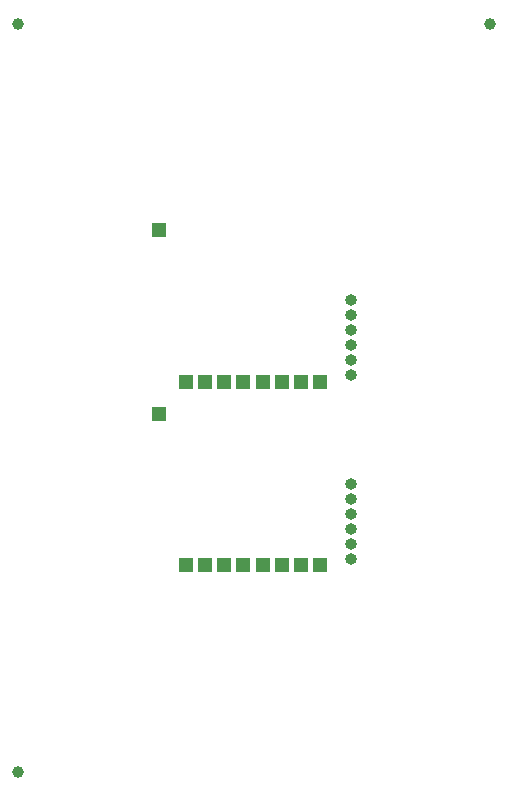
<source format=gbs>
G04 #@! TF.GenerationSoftware,KiCad,Pcbnew,7.0.2-6a45011f42~172~ubuntu22.04.1*
G04 #@! TF.CreationDate,2023-05-25T04:58:00+08:00*
G04 #@! TF.ProjectId,panel_2_1,70616e65-6c5f-4325-9f31-2e6b69636164,rev?*
G04 #@! TF.SameCoordinates,Original*
G04 #@! TF.FileFunction,Soldermask,Bot*
G04 #@! TF.FilePolarity,Negative*
%FSLAX46Y46*%
G04 Gerber Fmt 4.6, Leading zero omitted, Abs format (unit mm)*
G04 Created by KiCad (PCBNEW 7.0.2-6a45011f42~172~ubuntu22.04.1) date 2023-05-25 04:58:00*
%MOMM*%
%LPD*%
G01*
G04 APERTURE LIST*
%ADD10R,1.200000X1.200000*%
%ADD11O,1.000000X1.000000*%
%ADD12C,1.000000*%
G04 APERTURE END LIST*
D10*
G04 #@! TO.C,J1*
X26925000Y-36320000D03*
G04 #@! TD*
G04 #@! TO.C,J1*
X26925000Y-20760000D03*
G04 #@! TD*
G04 #@! TO.C,J10*
X40595000Y-49150000D03*
G04 #@! TD*
G04 #@! TO.C,J2*
X34085000Y-33590000D03*
G04 #@! TD*
G04 #@! TO.C,J3*
X35712500Y-49150000D03*
G04 #@! TD*
G04 #@! TO.C,J6*
X30835000Y-33590000D03*
G04 #@! TD*
G04 #@! TO.C,J4*
X37340000Y-33590000D03*
G04 #@! TD*
G04 #@! TO.C,J5*
X38967500Y-49150000D03*
G04 #@! TD*
D11*
G04 #@! TO.C,J8*
X43159248Y-42218121D03*
X43159248Y-43488121D03*
X43159248Y-44758121D03*
X43159248Y-46028121D03*
X43159248Y-47298121D03*
X43159248Y-48568121D03*
G04 #@! TD*
D10*
G04 #@! TO.C,J3*
X35712500Y-33590000D03*
G04 #@! TD*
G04 #@! TO.C,J5*
X38967500Y-33590000D03*
G04 #@! TD*
D11*
G04 #@! TO.C,J8*
X43159248Y-26658121D03*
X43159248Y-27928121D03*
X43159248Y-29198121D03*
X43159248Y-30468121D03*
X43159248Y-31738121D03*
X43159248Y-33008121D03*
G04 #@! TD*
D10*
G04 #@! TO.C,J7*
X29202500Y-49150000D03*
G04 #@! TD*
G04 #@! TO.C,J9*
X32457500Y-33590000D03*
G04 #@! TD*
G04 #@! TO.C,J9*
X32457500Y-49150000D03*
G04 #@! TD*
G04 #@! TO.C,J6*
X30835000Y-49150000D03*
G04 #@! TD*
G04 #@! TO.C,J4*
X37340000Y-49150000D03*
G04 #@! TD*
G04 #@! TO.C,J7*
X29202500Y-33590000D03*
G04 #@! TD*
G04 #@! TO.C,J10*
X40595000Y-33590000D03*
G04 #@! TD*
G04 #@! TO.C,J2*
X34085000Y-49150000D03*
G04 #@! TD*
D12*
G04 #@! TO.C,REF\u002A\u002A*
X55000000Y-3350000D03*
G04 #@! TD*
G04 #@! TO.C,REF\u002A\u002A*
X15000000Y-3350000D03*
G04 #@! TD*
G04 #@! TO.C,REF\u002A\u002A*
X15000000Y-66650000D03*
G04 #@! TD*
M02*

</source>
